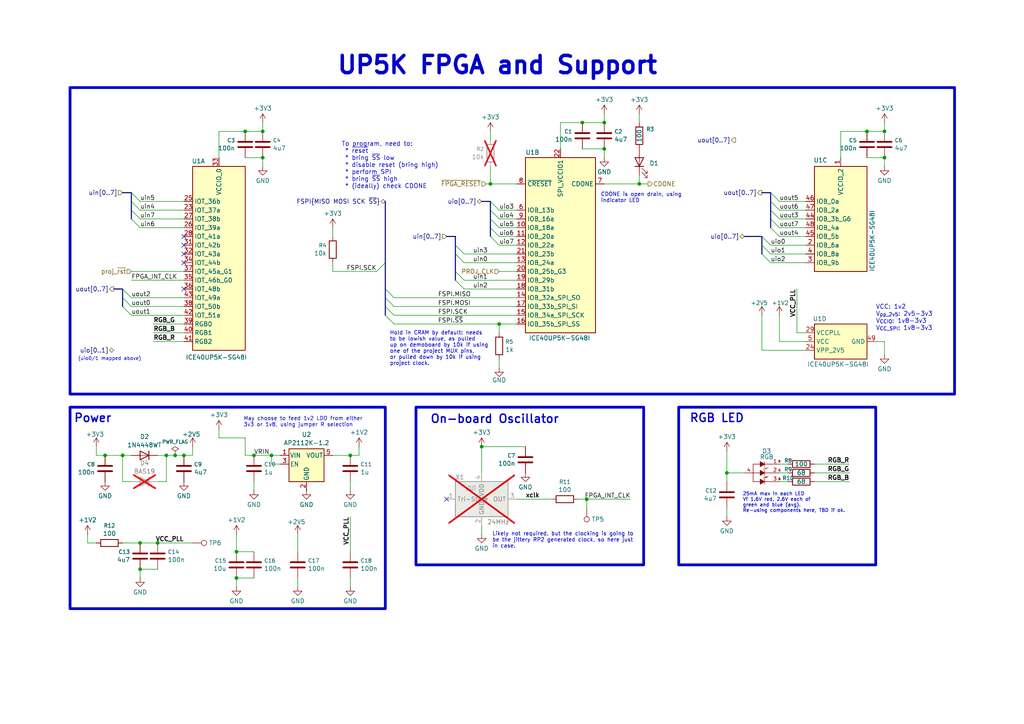
<source format=kicad_sch>
(kicad_sch (version 20250114) (generator "eeschema") (generator_version "9.0")
  (paper "A4")
  (title_block (title "UP5K FPGA and Support") (date "2025-12-01") (rev "1.0") (company "Psychogenic Technologies INC") (comment 1 "(C) 2025 Pat Deegan"))
  (rectangle (start 20.32 118.11) (end 111.76 176.53) (stroke (width 0.8)))
  (rectangle (start 20.32 25.4) (end 276.86 114.3) (stroke (width 0.8)))
  (rectangle (start 196.85 118.11) (end 254 163.83) (stroke (width 0.8)))
  (rectangle (start 120.65 118.11) (end 186.69 163.83) (stroke (width 0.8)))
  (text "RGB LED" (at 199.898 121.412 0) (effects (font (size 2.4 2.4) (thickness 0.4) (bold yes)) (justify left)))
  (text "(uio0/1 mapped above)" (at 22.606 104.14 0) (effects (font (size 1 1) (thickness 0.125)) (justify left)))
  (text "25mA max in each LED\nVf 1.6V red, 2.6V each of \ngreen and blue (avg).\nRe-using components here, TBD if ok." (at 215.392 145.796 0) (effects (font (size 1 1)) (justify left)))
  (text "To program, need to:\n * ~{reset}\n * bring ~{SS} low\n * disable reset (bring high)\n * perform SPI\n * bring ~{SS} high\n * (ideally) check CDONE\n" (at 99.06 48.006 0) (effects (font (size 1.27 1.27)) (justify left)))
  (text "Power" (at 21.336 121.412 0) (effects (font (size 2.4 2.4) (thickness 0.4) (bold yes)) (justify left)))
  (text "UP5K FPGA and Support" (at 144.272 19.05 0) (effects (font (size 5 5) (thickness 1) (bold yes))))
  (text "May choose to feed 1v2 LDO from either \n3v3 or 1v8, using jumper R selection" (at 70.612 122.428 0) (effects (font (size 1.1 1.1) (thickness 0.1375)) (justify left)))
  (text "On-board Oscillator" (at 124.714 121.666 0) (effects (font (size 2.4 2.4) (thickness 0.4) (bold yes)) (justify left)))
  (text "VCC: 1v2\nV_{pp_2v5}: 2v5-3v3\nV_{CCIO}: 1v8-3v3\nV_{CC_SPI}: 1v8-3v3\n" (at 254 92.202 0) (effects (font (size 1.27 1.27)) (justify left)))
  (text "CDONE is open drain, using\nindicator LED" (at 174.244 57.404 0) (effects (font (size 1.1 1.1)) (justify left)))
  (text "Hold in CRAM by default: needs \nto be lowish value, as pulled \nup on demoboard by 10k if using\none of the project MUX pins, \nor pulled down by 10k if using\nproject clock." (at 113.03 101.092 0) (effects (font (size 1.1 1.1)) (justify left)))
  (text "Likely not required, but the clocking is going to \nbe the jittery RP2 generated clock, so here just \nin case." (at 142.748 156.718 0) (effects (font (size 1.1 1.1)) (justify left)))
  (junction (at 175.26 35.56))
  (junction (at 40.64 157.48))
  (junction (at 68.58 167.64))
  (junction (at 168.91 35.56))
  (junction (at 53.34 132.08))
  (junction (at 185.42 53.34))
  (junction (at 251.46 38.1))
  (junction (at 142.24 53.34))
  (junction (at 101.6 132.08))
  (junction (at 210.82 137.16))
  (junction (at 30.48 132.08))
  (junction (at 73.66 132.08))
  (junction (at 256.54 38.1))
  (junction (at 139.7 129.54))
  (junction (at 144.78 93.98))
  (junction (at 170.18 144.78))
  (junction (at 50.8 132.08))
  (junction (at 45.72 157.48))
  (junction (at 68.58 160.02))
  (junction (at 35.56 132.08))
  (junction (at 40.64 165.1))
  (junction (at 71.12 38.1))
  (junction (at 76.2 45.72))
  (junction (at 256.54 45.72))
  (junction (at 78.74 132.08))
  (junction (at 76.2 38.1))
  (junction (at 175.26 43.18))
  (junction (at 48.26 132.08))
  (no_connect (at 53.34 68.58))
  (no_connect (at 129.54 144.78))
  (no_connect (at 53.34 76.2))
  (no_connect (at 53.34 83.82))
  (no_connect (at 53.34 71.12))
  (no_connect (at 53.34 73.66))
  (bus_entry (at 220.98 68.58) (size 2.54 2.54))
  (bus_entry (at 132.08 78.74) (size 2.54 2.54))
  (bus_entry (at 111.76 88.9) (size 2.54 2.54))
  (bus_entry (at 35.56 88.9) (size 2.54 2.54))
  (bus_entry (at 223.52 55.88) (size 2.54 2.54))
  (bus_entry (at 111.76 86.36) (size 2.54 2.54))
  (bus_entry (at 132.08 71.12) (size 2.54 2.54))
  (bus_entry (at 38.1 58.42) (size 2.54 2.54))
  (bus_entry (at 111.76 83.82) (size 2.54 2.54))
  (bus_entry (at 38.1 55.88) (size 2.54 2.54))
  (bus_entry (at 220.98 71.12) (size 2.54 2.54))
  (bus_entry (at 142.24 63.5) (size 2.54 2.54))
  (bus_entry (at 220.98 73.66) (size 2.54 2.54))
  (bus_entry (at 142.24 58.42) (size 2.54 2.54))
  (bus_entry (at 223.52 60.96) (size 2.54 2.54))
  (bus_entry (at 38.1 60.96) (size 2.54 2.54))
  (bus_entry (at 111.76 91.44) (size 2.54 2.54))
  (bus_entry (at 132.08 81.28) (size 2.54 2.54))
  (bus_entry (at 142.24 66.04) (size 2.54 2.54))
  (bus_entry (at 132.08 73.66) (size 2.54 2.54))
  (bus_entry (at 223.52 58.42) (size 2.54 2.54))
  (bus_entry (at 142.24 60.96) (size 2.54 2.54))
  (bus_entry (at 35.56 83.82) (size 2.54 2.54))
  (bus_entry (at 142.24 68.58) (size 2.54 2.54))
  (bus_entry (at 35.56 86.36) (size 2.54 2.54))
  (bus_entry (at 223.52 63.5) (size 2.54 2.54))
  (bus_entry (at 111.76 76.2) (size -2.54 2.54))
  (bus_entry (at 38.1 63.5) (size 2.54 2.54))
  (bus_entry (at 223.52 66.04) (size 2.54 2.54))
  (wire (pts (xy 144.78 68.58) (xy 149.86 68.58)))
  (wire (pts (xy 185.42 53.34) (xy 187.96 53.34)))
  (bus (pts (xy 142.24 58.42) (xy 142.24 60.96)))
  (wire (pts (xy 45.72 139.7) (xy 48.26 139.7)))
  (wire (pts (xy 256.54 99.06) (xy 256.54 102.87)))
  (wire (pts (xy 251.46 38.1) (xy 256.54 38.1)))
  (wire (pts (xy 101.6 132.08) (xy 104.14 132.08)))
  (wire (pts (xy 226.06 137.16) (xy 228.6 137.16)))
  (wire (pts (xy 236.22 139.7) (xy 246.38 139.7)))
  (bus (pts (xy 132.08 78.74) (xy 132.08 81.28)))
  (wire (pts (xy 48.26 139.7) (xy 48.26 132.08)))
  (wire (pts (xy 68.58 154.94) (xy 68.58 160.02)))
  (wire (pts (xy 35.56 157.48) (xy 40.64 157.48)))
  (wire (pts (xy 170.18 144.78) (xy 182.88 144.78)))
  (wire (pts (xy 101.6 167.64) (xy 101.6 170.18)))
  (wire (pts (xy 78.74 132.08) (xy 81.28 132.08)))
  (bus (pts (xy 139.7 58.42) (xy 142.24 58.42)))
  (wire (pts (xy 223.52 71.12) (xy 233.68 71.12)))
  (wire (pts (xy 96.52 66.04) (xy 96.52 68.58)))
  (bus (pts (xy 223.52 58.42) (xy 223.52 60.96)))
  (wire (pts (xy 96.52 78.74) (xy 109.22 78.74)))
  (wire (pts (xy 27.94 132.08) (xy 30.48 132.08)))
  (bus (pts (xy 132.08 68.58) (xy 132.08 71.12)))
  (wire (pts (xy 220.98 101.6) (xy 233.68 101.6)))
  (wire (pts (xy 175.26 43.18) (xy 175.26 45.72)))
  (wire (pts (xy 38.1 78.74) (xy 53.34 78.74)))
  (wire (pts (xy 210.82 147.32) (xy 210.82 149.86)))
  (wire (pts (xy 144.78 66.04) (xy 149.86 66.04)))
  (wire (pts (xy 175.26 53.34) (xy 185.42 53.34)))
  (wire (pts (xy 256.54 45.72) (xy 256.54 48.26)))
  (wire (pts (xy 73.66 132.08) (xy 78.74 132.08)))
  (wire (pts (xy 139.7 129.54) (xy 152.4 129.54)))
  (wire (pts (xy 185.42 33.02) (xy 185.42 35.56)))
  (wire (pts (xy 144.78 104.14) (xy 144.78 106.68)))
  (wire (pts (xy 35.56 132.08) (xy 38.1 132.08)))
  (wire (pts (xy 101.6 139.7) (xy 101.6 142.24)))
  (bus (pts (xy 111.76 83.82) (xy 111.76 86.36)))
  (wire (pts (xy 167.64 144.78) (xy 170.18 144.78)))
  (wire (pts (xy 40.64 165.1) (xy 40.64 167.64)))
  (bus (pts (xy 35.56 55.88) (xy 38.1 55.88)))
  (wire (pts (xy 38.1 91.44) (xy 53.34 91.44)))
  (wire (pts (xy 210.82 130.81) (xy 210.82 137.16)))
  (wire (pts (xy 226.06 58.42) (xy 233.68 58.42)))
  (bus (pts (xy 35.56 83.82) (xy 35.56 86.36)))
  (bus (pts (xy 111.76 58.42) (xy 111.76 76.2)))
  (wire (pts (xy 86.36 167.64) (xy 86.36 170.18)))
  (wire (pts (xy 48.26 132.08) (xy 50.8 132.08)))
  (wire (pts (xy 114.3 91.44) (xy 149.86 91.44)))
  (wire (pts (xy 226.06 139.7) (xy 228.6 139.7)))
  (wire (pts (xy 139.7 152.4) (xy 139.7 154.94)))
  (wire (pts (xy 223.52 73.66) (xy 233.68 73.66)))
  (wire (pts (xy 45.72 132.08) (xy 48.26 132.08)))
  (bus (pts (xy 132.08 73.66) (xy 132.08 78.74)))
  (wire (pts (xy 78.74 134.62) (xy 78.74 132.08)))
  (wire (pts (xy 44.45 93.98) (xy 53.34 93.98)))
  (wire (pts (xy 63.5 38.1) (xy 71.12 38.1)))
  (wire (pts (xy 27.94 129.54) (xy 27.94 132.08)))
  (wire (pts (xy 251.46 45.72) (xy 256.54 45.72)))
  (wire (pts (xy 63.5 127) (xy 71.12 127)))
  (wire (pts (xy 73.66 139.7) (xy 73.66 142.24)))
  (wire (pts (xy 226.06 66.04) (xy 233.68 66.04)))
  (wire (pts (xy 254 99.06) (xy 256.54 99.06)))
  (wire (pts (xy 71.12 132.08) (xy 73.66 132.08)))
  (bus (pts (xy 220.98 68.58) (xy 220.98 71.12)))
  (wire (pts (xy 30.48 132.08) (xy 35.56 132.08)))
  (wire (pts (xy 226.06 99.06) (xy 233.68 99.06)))
  (wire (pts (xy 38.1 81.28) (xy 53.34 81.28)))
  (wire (pts (xy 144.78 71.12) (xy 149.86 71.12)))
  (wire (pts (xy 140.97 53.34) (xy 142.24 53.34)))
  (bus (pts (xy 129.54 68.58) (xy 132.08 68.58)))
  (wire (pts (xy 44.45 96.52) (xy 53.34 96.52)))
  (wire (pts (xy 114.3 86.36) (xy 149.86 86.36)))
  (wire (pts (xy 68.58 160.02) (xy 73.66 160.02)))
  (wire (pts (xy 40.64 66.04) (xy 53.34 66.04)))
  (wire (pts (xy 35.56 132.08) (xy 35.56 139.7)))
  (wire (pts (xy 76.2 45.72) (xy 76.2 48.26)))
  (wire (pts (xy 243.84 45.72) (xy 243.84 38.1)))
  (bus (pts (xy 111.76 86.36) (xy 111.76 88.9)))
  (wire (pts (xy 25.4 157.48) (xy 27.94 157.48)))
  (wire (pts (xy 144.78 63.5) (xy 149.86 63.5)))
  (wire (pts (xy 162.56 35.56) (xy 168.91 35.56)))
  (wire (pts (xy 96.52 76.2) (xy 96.52 78.74)))
  (wire (pts (xy 40.64 157.48) (xy 45.72 157.48)))
  (bus (pts (xy 220.98 55.88) (xy 223.52 55.88)))
  (bus (pts (xy 38.1 55.88) (xy 38.1 58.42)))
  (bus (pts (xy 142.24 60.96) (xy 142.24 63.5)))
  (wire (pts (xy 226.06 68.58) (xy 233.68 68.58)))
  (wire (pts (xy 168.91 43.18) (xy 175.26 43.18)))
  (wire (pts (xy 220.98 101.6) (xy 220.98 91.44)))
  (bus (pts (xy 223.52 55.88) (xy 223.52 58.42)))
  (wire (pts (xy 63.5 45.72) (xy 63.5 38.1)))
  (wire (pts (xy 226.06 60.96) (xy 233.68 60.96)))
  (wire (pts (xy 256.54 35.56) (xy 256.54 38.1)))
  (wire (pts (xy 35.56 139.7) (xy 38.1 139.7)))
  (wire (pts (xy 142.24 53.34) (xy 149.86 53.34)))
  (wire (pts (xy 63.5 124.46) (xy 63.5 127)))
  (wire (pts (xy 144.78 60.96) (xy 149.86 60.96)))
  (wire (pts (xy 71.12 45.72) (xy 76.2 45.72)))
  (bus (pts (xy 223.52 60.96) (xy 223.52 63.5)))
  (wire (pts (xy 68.58 167.64) (xy 68.58 170.18)))
  (wire (pts (xy 55.88 132.08) (xy 53.34 132.08)))
  (wire (pts (xy 55.88 129.54) (xy 55.88 132.08)))
  (bus (pts (xy 142.24 63.5) (xy 142.24 66.04)))
  (wire (pts (xy 101.6 149.86) (xy 101.6 160.02)))
  (wire (pts (xy 134.62 73.66) (xy 149.86 73.66)))
  (wire (pts (xy 134.62 76.2) (xy 149.86 76.2)))
  (wire (pts (xy 170.18 144.78) (xy 170.18 147.32)))
  (wire (pts (xy 144.78 78.74) (xy 149.86 78.74)))
  (wire (pts (xy 38.1 88.9) (xy 53.34 88.9)))
  (wire (pts (xy 149.86 144.78) (xy 160.02 144.78)))
  (wire (pts (xy 134.62 83.82) (xy 149.86 83.82)))
  (wire (pts (xy 226.06 63.5) (xy 233.68 63.5)))
  (wire (pts (xy 104.14 132.08) (xy 104.14 129.54)))
  (wire (pts (xy 68.58 167.64) (xy 73.66 167.64)))
  (bus (pts (xy 38.1 58.42) (xy 38.1 60.96)))
  (wire (pts (xy 210.82 137.16) (xy 210.82 139.7)))
  (wire (pts (xy 81.28 134.62) (xy 78.74 134.62)))
  (bus (pts (xy 132.08 71.12) (xy 132.08 73.66)))
  (wire (pts (xy 71.12 127) (xy 71.12 132.08)))
  (wire (pts (xy 142.24 38.1) (xy 142.24 40.64)))
  (wire (pts (xy 162.56 43.18) (xy 162.56 35.56)))
  (wire (pts (xy 38.1 86.36) (xy 53.34 86.36)))
  (wire (pts (xy 40.64 60.96) (xy 53.34 60.96)))
  (wire (pts (xy 243.84 38.1) (xy 251.46 38.1)))
  (wire (pts (xy 40.64 58.42) (xy 53.34 58.42)))
  (wire (pts (xy 134.62 81.28) (xy 149.86 81.28)))
  (bus (pts (xy 223.52 63.5) (xy 223.52 66.04)))
  (wire (pts (xy 44.45 99.06) (xy 53.34 99.06)))
  (wire (pts (xy 223.52 76.2) (xy 233.68 76.2)))
  (wire (pts (xy 114.3 93.98) (xy 144.78 93.98)))
  (wire (pts (xy 50.8 132.08) (xy 53.34 132.08)))
  (bus (pts (xy 215.9 68.58) (xy 220.98 68.58)))
  (bus (pts (xy 220.98 71.12) (xy 220.98 73.66)))
  (bus (pts (xy 33.02 83.82) (xy 35.56 83.82)))
  (wire (pts (xy 76.2 35.56) (xy 76.2 38.1)))
  (wire (pts (xy 40.64 63.5) (xy 53.34 63.5)))
  (wire (pts (xy 86.36 154.94) (xy 86.36 160.02)))
  (wire (pts (xy 236.22 134.62) (xy 246.38 134.62)))
  (wire (pts (xy 236.22 137.16) (xy 246.38 137.16)))
  (wire (pts (xy 40.64 165.1) (xy 45.72 165.1)))
  (wire (pts (xy 231.14 83.82) (xy 231.14 96.52)))
  (wire (pts (xy 25.4 154.94) (xy 25.4 157.48)))
  (wire (pts (xy 45.72 157.48) (xy 55.88 157.48)))
  (wire (pts (xy 142.24 48.26) (xy 142.24 53.34)))
  (wire (pts (xy 139.7 129.54) (xy 139.7 137.16)))
  (wire (pts (xy 185.42 50.8) (xy 185.42 53.34)))
  (wire (pts (xy 226.06 91.44) (xy 226.06 99.06)))
  (wire (pts (xy 71.12 38.1) (xy 76.2 38.1)))
  (bus (pts (xy 38.1 60.96) (xy 38.1 63.5)))
  (wire (pts (xy 210.82 137.16) (xy 215.9 137.16)))
  (wire (pts (xy 175.26 33.02) (xy 175.26 35.56)))
  (bus (pts (xy 111.76 88.9) (xy 111.76 91.44)))
  (bus (pts (xy 35.56 86.36) (xy 35.56 88.9)))
  (wire (pts (xy 144.78 93.98) (xy 144.78 96.52)))
  (wire (pts (xy 114.3 88.9) (xy 149.86 88.9)))
  (bus (pts (xy 111.76 76.2) (xy 111.76 83.82)))
  (wire (pts (xy 168.91 35.56) (xy 175.26 35.56)))
  (bus (pts (xy 142.24 66.04) (xy 142.24 68.58)))
  (wire (pts (xy 226.06 134.62) (xy 228.6 134.62)))
  (wire (pts (xy 233.68 96.52) (xy 231.14 96.52)))
  (wire (pts (xy 96.52 132.08) (xy 101.6 132.08)))
  (wire (pts (xy 144.78 93.98) (xy 149.86 93.98)))
  (label "VRIN" (at 73.66 132.08 0))
  (label "uin5" (at 40.64 58.42 0))
  (label "RGB_R" (at 44.45 99.06 0) (effects (font (bold yes))))
  (label "uin1" (at 137.16 81.28 0))
  (label "FSPI.SCK" (at 127 91.44 0))
  (label "FPGA_INT_CLK" (at 182.88 144.78 180))
  (label "uio4" (at 144.78 63.5 0))
  (label "uio5" (at 144.78 66.04 0))
  (label "uout7" (at 226.06 66.04 0))
  (label "VCC_PLL" (at 231.14 83.82 270) (effects (font (bold yes))))
  (label "uout2" (at 38.1 86.36 0))
  (label "uout4" (at 226.06 68.58 0))
  (label "uin2" (at 137.16 83.82 0))
  (label "VCC_PLL" (at 53.34 157.48 180) (effects (font (bold yes))))
  (label "FSPI.MISO" (at 127 86.36 0))
  (label "RGB_G" (at 44.45 93.98 0) (effects (font (bold yes))))
  (label "uout6" (at 226.06 60.96 0))
  (label "RGB_B" (at 44.45 96.52 0) (effects (font (bold yes))))
  (label "uin4" (at 40.64 60.96 0))
  (label "uio2" (at 223.52 76.2 0))
  (label "RGB_R" (at 246.38 134.62 180) (effects (font (bold yes))))
  (label "uio0" (at 223.52 71.12 0))
  (label "FSPI.MOSI" (at 127 88.9 0))
  (label "uout5" (at 226.06 58.42 0))
  (label "uio3" (at 144.78 60.96 0))
  (label "uio6" (at 144.78 68.58 0))
  (label "uout0" (at 38.1 88.9 0))
  (label "RGB_G" (at 246.38 137.16 180) (effects (font (bold yes))))
  (label "uio1" (at 223.52 73.66 0))
  (label "uin0" (at 137.16 76.2 0))
  (label "VCC_PLL" (at 101.6 149.86 270) (effects (font (bold yes))))
  (label "RGB_B" (at 246.38 139.7 180) (effects (font (bold yes))))
  (label "uin6" (at 40.64 66.04 0))
  (label "uin3" (at 137.16 73.66 0))
  (label "FPGA_INT_CLK" (at 38.1 81.28 0))
  (label "FSPI.~{SS}" (at 127 93.98 0))
  (label "FSPI.SCK" (at 109.22 78.74 180))
  (label "xclk" (at 152.4 144.78 0) (effects (font (bold yes))))
  (label "uout1" (at 38.1 91.44 0))
  (label "uio7" (at 144.78 71.12 0))
  (label "uout3" (at 226.06 63.5 0))
  (label "uin7" (at 40.64 63.5 0))
  (hierarchical_label "uout[0..7]" (shape output) (at 220.98 55.88 180))
  (hierarchical_label "uin[0..7]" (shape input) (at 35.56 55.88 180))
  (hierarchical_label "uout[0..7]" (shape output) (at 33.02 83.82 180))
  (hierarchical_label "~{FPGA_RESET}" (shape input) (at 140.97 53.34 180))
  (hierarchical_label "uio[0..7]" (shape bidirectional) (at 139.7 58.42 180))
  (hierarchical_label "uin[0..7]" (shape input) (at 129.54 68.58 180))
  (hierarchical_label "FSPI{MISO MOSI SCK ~{SS}}" (shape bidirectional) (at 111.76 58.42 180))
  (hierarchical_label "proj_~{rst}" (shape input) (at 38.1 78.74 180))
  (hierarchical_label "PROJ_CLK" (shape input) (at 144.78 78.74 180))
  (hierarchical_label "CDONE" (shape output) (at 187.96 53.34 0))
  (hierarchical_label "uio[0..1]" (shape bidirectional) (at 33.02 101.6 180))
  (hierarchical_label "uout[0..7]" (shape output) (at 213.36 40.64 180))
  (hierarchical_label "uio[0..7]" (shape bidirectional) (at 215.9 68.58 180))
  (symbol (lib_id "power:GND") (at 88.9 142.24 0) (unit 1)
    (property "Reference" "#PWR072" (effects (hide yes)))
    (property "Value" "GND" (at 88.9 146.3731 0))
    (property "Description" "Power symbol creates a global label with name \"GND\" , ground" (effects (hide yes)))
  )
  (symbol (lib_id "power:GND") (at 210.82 149.86 0) (unit 1)
    (property "Reference" "#PWR074" (effects (hide yes)))
    (property "Value" "GND" (at 210.82 153.9931 0))
    (property "Description" "Power symbol creates a global label with name \"GND\" , ground" (effects (hide yes)))
  )
  (symbol (lib_id "power:GND") (at 175.26 45.72 0) (unit 1)
    (property "Reference" "#PWR053" (effects (hide yes)))
    (property "Value" "GND" (at 175.26 49.8531 0))
    (property "Description" "Power symbol creates a global label with name \"GND\" , ground" (effects (hide yes)))
  )
  (symbol (lib_id "power:GND") (at 101.6 170.18 0) (unit 1)
    (property "Reference" "#PWR082" (effects (hide yes)))
    (property "Value" "GND" (at 101.6 174.3131 0))
    (property "Description" "Power symbol creates a global label with name \"GND\" , ground" (effects (hide yes)))
  )
  (symbol (lib_id "psycomponents:PsyResistors_IEC/R_100_0402_1005-9") (at 228.6 134.62 90) (unit 1)
    (property "Reference" "R8" (at 228.6 133.604 90) (effects (font (size 1.1 1.1))))
    (property "Value" "100" (at 232.41 134.62 90))
    (property "Footprint" "Resistor_SMD:R_0402_1005Metric" (effects (hide yes)))
    (property "Datasheet" "https://www.yageo.com/upload/media/product/products/datasheet/rchip/PYu-RC_Group_51_RoHS_L_12.pdf" (effects (hide yes)))
    (property "Description" "100 Ohms ±1% 0.063W, 1/16W Chip Resistor 0402 (1005 Metric) Moisture Resistant Thick Film" (effects (hide yes)))
    (property "MPN" "RC0402FR-07100RL" (effects (hide yes)))
    (property "Manufacturer" "YAGEO" (effects (hide yes)))
    (property "Package / Case" "0402 (1005 Metric)" (effects (hide yes)))
    (property "Characteristics" "RES 100 OHM 1% 1/16W 0402" (effects (hide yes)))
    (property "DigikeyPN" "311-100LRCT-ND" (effects (hide yes)))
    (property "LCSC" "C106232" (effects (hide yes)))
    (property "JLC" "C25076" (effects (hide yes)))
  )
  (symbol (lib_id "power:GND") (at 139.7 154.94 0) (unit 1)
    (property "Reference" "#PWR078" (effects (hide yes)))
    (property "Value" "GND" (at 139.7 159.0731 0))
    (property "Description" "Power symbol creates a global label with name \"GND\" , ground" (effects (hide yes)))
  )
  (symbol (lib_id "Oscillator:ECS-2520MV-xxx-xx") (at 139.7 144.78 0) (unit 1) (dnp yes)
    (property "Reference" "X1" (at 133.35 138.43 0))
    (property "Value" "24MHz" (at 144.526 151.384 0))
    (property "Footprint" "Oscillator:Oscillator_SMD_ECS_2520MV-xxx-xx-4Pin_2.5x2.0mm" (effects (hide yes)))
    (property "Datasheet" "https://www.ecsxtal.com/store/pdf/ECS-2520MV.pdf" (effects (hide yes)))
    (property "Description" "HCMOS Crystal Clock Oscillator, 2.5x2.0 mm SMD" (effects (hide yes)))
    (property "Characteristics" "XTAL OSC XO 24.0000MHZ CMOS SMD" (effects (hide yes)))
    (property "MPN" "KC2520Z24.0000C1KX00" (effects (hide yes)))
    (property "MPN_ALT" "SIT8008AC-11-XXE-24.000000" (effects (hide yes)))
    (property "DigikeyPN" "478-KC2520Z24.0000C1KX00DKR-ND" (effects (hide yes)))
  )
  (symbol (lib_id "psycomponents:PsyCapacitors/C_100n_0402_1005-1") (at 73.66 160.02 0) (unit 1)
    (property "Reference" "C16" (at 76.581 162.6178 0) (effects (font (size 1.1 1.1)) (justify left)))
    (property "Value" "100n" (at 76.581 164.9053 0) (effects (justify left)))
    (property "Footprint" "Capacitor_SMD:C_0402_1005Metric" (effects (hide yes)))
    (property "Datasheet" "https://search.murata.co.jp/Ceramy/image/img/A01X/G101/ENG/GRM155R71H104KE14-01.pdf" (effects (hide yes)))
    (property "Description" "0.1 µF ±10% 50V Ceramic Capacitor X7R 0402 (1005 Metric)" (effects (hide yes)))
    (property "MPN" "GRM155R71H104KE14J" (effects (hide yes)))
    (property "Manufacturer" "Murata Electronics" (effects (hide yes)))
    (property "Package / Case" "0402 (1005 Metric)" (effects (hide yes)))
    (property "Characteristics" "CAP CER 0.1UF 50V X7R 0402" (effects (hide yes)))
    (property "DigikeyPN" "490-13342-1-ND" (effects (hide yes)))
    (property "LCSC" "C60474" (effects (hide yes)))
    (property "JLC" "C100072" (effects (hide yes)))
  )
  (symbol (lib_id "psycomponents:PsyCapacitors/C_4u7_0603_1608-44") (at 76.2 38.1 0) (unit 1)
    (property "Reference" "C4" (at 79.121 40.6978 0) (effects (font (size 1.1 1.1)) (justify left)))
    (property "Value" "4u7" (at 79.121 42.9853 0) (effects (justify left)))
    (property "Footprint" "Capacitor_SMD:C_0603_1608Metric" (effects (hide yes)))
    (property "Datasheet" "https://search.murata.co.jp/Ceramy/image/img/A01X/G101/ENG/GRM188R61E475KE11-01.pdf" (effects (hide yes)))
    (property "Description" "4.7 µF ±10% 25V Ceramic Capacitor X5R 0603 (1608 Metric)" (effects (hide yes)))
    (property "MPN" "GRM188R61E475KE11D" (effects (hide yes)))
    (property "Manufacturer" "Murata Electronics" (effects (hide yes)))
    (property "Package / Case" "0603 (1608 Metric)" (effects (hide yes)))
    (property "Characteristics" "CAP CER 4.7UF 25V X5R 0603" (effects (hide yes)))
    (property "DigikeyPN" "490-7203-1-ND" (effects (hide yes)))
    (property "LCSC" "C237615" (effects (hide yes)))
    (property "JLC" "C237615" (effects (hide yes)))
  )
  (symbol (lib_id "power:+3V3") (at 76.2 35.56 0) (unit 1)
    (property "Reference" "#PWR050" (effects (hide yes)))
    (property "Value" "+3V3" (at 76.2 31.4269 0))
    (property "Description" "Power symbol creates a global label with name \"+3V3\"" (effects (hide yes)))
  )
  (symbol (lib_id "psycomponents:PsyResistors_IEC/R_68_0402_1005-36") (at 228.6 137.16 90) (unit 1)
    (property "Reference" "R9" (at 228.6 136.144 90) (effects (font (size 1.1 1.1))))
    (property "Value" "68" (at 232.41 137.16 90))
    (property "Footprint" "Resistor_SMD:R_0402_1005Metric" (effects (hide yes)))
    (property "Datasheet" "https://bourns.com/docs/product-datasheets/cr.pdf?sfvrsn=574d41f6_14" (effects (hide yes)))
    (property "Description" "68 Ohms ±1% 0.063W, 1/16W Chip Resistor 0402 (1005 Metric) Thick Film" (effects (hide yes)))
    (property "MPN" "CR0402-FX-68R0GLF" (effects (hide yes)))
    (property "Manufacturer" "Bourns Inc." (effects (hide yes)))
    (property "Package / Case" "0402 (1005 Metric)" (effects (hide yes)))
    (property "Characteristics" "RES SMD 68 OHM 1% 1/16W 0402" (effects (hide yes)))
    (property "DigikeyPN" "CR0402-FX-68R0GLFCT-ND" (effects (hide yes)))
    (property "LCSC" "C163455" (effects (hide yes)))
    (property "JLC" "C163455" (effects (hide yes)))
  )
  (symbol (lib_id "power:GND") (at 101.6 142.24 0) (unit 1)
    (property "Reference" "#PWR073" (effects (hide yes)))
    (property "Value" "GND" (at 101.6 146.3731 0))
    (property "Description" "Power symbol creates a global label with name \"GND\" , ground" (effects (hide yes)))
  )
  (symbol (lib_id "power:GND") (at 256.54 102.87 0) (unit 1)
    (property "Reference" "#PWR059" (effects (hide yes)))
    (property "Value" "GND" (at 256.54 107.0031 0))
    (property "Description" "Power symbol creates a global label with name \"GND\" , ground" (effects (hide yes)))
  )
  (symbol (lib_id "power:GND") (at 256.54 48.26 0) (unit 1)
    (property "Reference" "#PWR055" (effects (hide yes)))
    (property "Value" "GND" (at 256.54 52.3931 0))
    (property "Description" "Power symbol creates a global label with name \"GND\" , ground" (effects (hide yes)))
  )
  (symbol (lib_id "power:+2V5") (at 86.36 154.94 0) (unit 1)
    (property "Reference" "#PWR077" (effects (hide yes)))
    (property "Value" "+2V5" (at 83.312 151.384 0) (effects (justify left)))
    (property "Description" "Power symbol creates a global label with name \"+2V5\"" (effects (hide yes)))
  )
  (symbol (lib_id "FPGA_Lattice:ICE40UP5K-SG48ITR") (at 162.56 71.12 0) (unit 2)
    (property "Reference" "U1" (at 154.432 44.196 0))
    (property "Value" "ICE40UP5K-SG48I" (at 162.306 98.044 0))
    (property "Footprint" "Package_DFN_QFN:QFN-48-1EP_7x7mm_P0.5mm_EP5.6x5.6mm" (effects (hide yes)))
    (property "Datasheet" "http://www.latticesemi.com/Products/FPGAandCPLD/iCE40Ultra" (effects (hide yes)))
    (property "Description" "iCE40 UltraPlus FPGA, 5280 LUTs, 1.2V, 48-pin QFN" (effects (hide yes)))
    (property "MPN" "ICE40UP5K-SG48I" (effects (hide yes)))
    (property "MPN_ALT" "ICE40UP5K-SG48ITR50" (effects (hide yes)))
    (property "DigikeyPN" "220-2212-1-ND" (effects (hide yes)))
    (property "LCSC" "C2678152" (effects (hide yes)))
    (property "JLC" "C2678152" (effects (hide yes)))
  )
  (symbol (lib_id "psycomponents:PsyResistors_IEC/R_1k_0402_1005-18") (at 144.78 96.52 0) (unit 1)
    (property "Reference" "R5" (at 146.558 99.1178 0) (effects (font (size 1.1 1.1)) (justify left)))
    (property "Value" "1k" (at 146.558 101.4053 0) (effects (justify left)))
    (property "Footprint" "Resistor_SMD:R_0402_1005Metric" (effects (hide yes)))
    (property "Datasheet" "https://www.te.com/commerce/DocumentDelivery/DDEController?Action=srchrtrv&DocNm=1773204&DocType=DS&DocLang=English" (effects (hide yes)))
    (property "Description" "1 kOhms ±1% 0.063W, 1/16W Chip Resistor 0402 (1005 Metric) Thick Film" (effects (hide yes)))
    (property "MPN" "CRG0402F1K0" (effects (hide yes)))
    (property "Manufacturer" "TE Connectivity Passive Product" (effects (hide yes)))
    (property "Package / Case" "0402 (1005 Metric)" (effects (hide yes)))
    (property "Characteristics" "RES SMD 1K OHM 1% 1/16W 0402" (effects (hide yes)))
    (property "DigikeyPN" "A121534CT-ND" (effects (hide yes)))
    (property "LCSC" "C106235" (effects (hide yes)))
    (property "JLC" "C11702" (effects (hide yes)))
  )
  (symbol (lib_id "psycomponents:PsyCapacitors/C_100n_0402_1005-1") (at 251.46 38.1 0) (mirror y) (unit 1)
    (property "Reference" "C5" (at 248.539 40.6978 0) (effects (font (size 1.1 1.1)) (justify left)))
    (property "Value" "100n" (at 248.539 42.9853 0) (effects (justify left)))
    (property "Footprint" "Capacitor_SMD:C_0402_1005Metric" (effects (hide yes)))
    (property "Datasheet" "https://search.murata.co.jp/Ceramy/image/img/A01X/G101/ENG/GRM155R71H104KE14-01.pdf" (effects (hide yes)))
    (property "Description" "0.1 µF ±10% 50V Ceramic Capacitor X7R 0402 (1005 Metric)" (effects (hide yes)))
    (property "MPN" "GRM155R71H104KE14J" (effects (hide yes)))
    (property "Manufacturer" "Murata Electronics" (effects (hide yes)))
    (property "Package / Case" "0402 (1005 Metric)" (effects (hide yes)))
    (property "Characteristics" "CAP CER 0.1UF 50V X7R 0402" (effects (hide yes)))
    (property "DigikeyPN" "490-13342-1-ND" (effects (hide yes)))
    (property "LCSC" "C60474" (effects (hide yes)))
    (property "JLC" "C100072" (effects (hide yes)))
  )
  (symbol (lib_id "psycomponents:PsyCapacitors/C_100n_0402_1005-1") (at 45.72 157.48 0) (unit 1)
    (property "Reference" "C14" (at 48.641 160.0778 0) (effects (font (size 1.1 1.1)) (justify left)))
    (property "Value" "100n" (at 48.641 162.3653 0) (effects (justify left)))
    (property "Footprint" "Capacitor_SMD:C_0402_1005Metric" (effects (hide yes)))
    (property "Datasheet" "https://search.murata.co.jp/Ceramy/image/img/A01X/G101/ENG/GRM155R71H104KE14-01.pdf" (effects (hide yes)))
    (property "Description" "0.1 µF ±10% 50V Ceramic Capacitor X7R 0402 (1005 Metric)" (effects (hide yes)))
    (property "MPN" "GRM155R71H104KE14J" (effects (hide yes)))
    (property "Manufacturer" "Murata Electronics" (effects (hide yes)))
    (property "Package / Case" "0402 (1005 Metric)" (effects (hide yes)))
    (property "Characteristics" "CAP CER 0.1UF 50V X7R 0402" (effects (hide yes)))
    (property "DigikeyPN" "490-13342-1-ND" (effects (hide yes)))
    (property "LCSC" "C60474" (effects (hide yes)))
    (property "JLC" "C100072" (effects (hide yes)))
  )
  (symbol (lib_id "psycomponents:PsyCapacitors/C_4u7_0603_1608-44") (at 53.34 132.08 0) (unit 1)
    (property "Reference" "C9" (at 56.261 134.6778 0) (effects (font (size 1.1 1.1)) (justify left)))
    (property "Value" "4u7" (at 56.261 136.9653 0) (effects (justify left)))
    (property "Footprint" "Capacitor_SMD:C_0603_1608Metric" (effects (hide yes)))
    (property "Datasheet" "https://search.murata.co.jp/Ceramy/image/img/A01X/G101/ENG/GRM188R61E475KE11-01.pdf" (effects (hide yes)))
    (property "Description" "4.7 µF ±10% 25V Ceramic Capacitor X5R 0603 (1608 Metric)" (effects (hide yes)))
    (property "MPN" "GRM188R61E475KE11D" (effects (hide yes)))
    (property "Manufacturer" "Murata Electronics" (effects (hide yes)))
    (property "Package / Case" "0603 (1608 Metric)" (effects (hide yes)))
    (property "Characteristics" "CAP CER 4.7UF 25V X5R 0603" (effects (hide yes)))
    (property "DigikeyPN" "490-7203-1-ND" (effects (hide yes)))
    (property "LCSC" "C237615" (effects (hide yes)))
    (property "JLC" "C237615" (effects (hide yes)))
  )
  (symbol (lib_id "psycomponents:PsyCapacitors/C_100n_0402_1005-1") (at 30.48 132.08 0) (mirror y) (unit 1)
    (property "Reference" "C8" (at 27.559 134.6778 0) (effects (font (size 1.1 1.1)) (justify left)))
    (property "Value" "100n" (at 27.559 136.9653 0) (effects (justify left)))
    (property "Footprint" "Capacitor_SMD:C_0402_1005Metric" (effects (hide yes)))
    (property "Datasheet" "https://search.murata.co.jp/Ceramy/image/img/A01X/G101/ENG/GRM155R71H104KE14-01.pdf" (effects (hide yes)))
    (property "Description" "0.1 µF ±10% 50V Ceramic Capacitor X7R 0402 (1005 Metric)" (effects (hide yes)))
    (property "MPN" "GRM155R71H104KE14J" (effects (hide yes)))
    (property "Manufacturer" "Murata Electronics" (effects (hide yes)))
    (property "Package / Case" "0402 (1005 Metric)" (effects (hide yes)))
    (property "Characteristics" "CAP CER 0.1UF 50V X7R 0402" (effects (hide yes)))
    (property "DigikeyPN" "490-13342-1-ND" (effects (hide yes)))
    (property "LCSC" "C60474" (effects (hide yes)))
    (property "JLC" "C100072" (effects (hide yes)))
  )
  (symbol (lib_id "power:+1V2") (at 226.06 91.44 0) (unit 1)
    (property "Reference" "#PWR058" (effects (hide yes)))
    (property "Value" "+1V2" (at 226.314 87.884 0) (effects (font (size 1.2 1.2))))
    (property "Description" "Power symbol creates a global label with name \"+1V2\"" (effects (hide yes)))
  )
  (symbol (lib_id "power:+3V3") (at 96.52 66.04 0) (unit 1)
    (property "Reference" "#PWR056" (effects (hide yes)))
    (property "Value" "+3V3" (at 96.52 61.9069 0))
    (property "Description" "Power symbol creates a global label with name \"+3V3\"" (effects (hide yes)))
  )
  (symbol (lib_id "power:GND") (at 30.48 139.7 0) (unit 1)
    (property "Reference" "#PWR069" (effects (hide yes)))
    (property "Value" "GND" (at 30.48 143.8331 0))
    (property "Description" "Power symbol creates a global label with name \"GND\" , ground" (effects (hide yes)))
  )
  (symbol (lib_id "psycomponents:PsyCapacitors/C_1u_0603_1608-21") (at 73.66 132.08 0) (unit 1)
    (property "Reference" "C10" (at 76.581 134.6778 0) (effects (font (size 1.1 1.1)) (justify left)))
    (property "Value" "1u" (at 76.581 136.9653 0) (effects (justify left)))
    (property "Footprint" "Capacitor_SMD:C_0603_1608Metric" (effects (hide yes)))
    (property "Datasheet" "https://search.murata.co.jp/Ceramy/image/img/A01X/G101/ENG/GRT188R61H105KE13-01.pdf" (effects (hide yes)))
    (property "Description" "1 µF ±10% 50V Ceramic Capacitor X5R 0603 (1608 Metric)" (effects (hide yes)))
    (property "MPN" "GRT188R61H105KE13D" (effects (hide yes)))
    (property "Manufacturer" "Murata Electronics" (effects (hide yes)))
    (property "Package / Case" "0603 (1608 Metric)" (effects (hide yes)))
    (property "Characteristics" "CAP CER 1UF 50V X5R 0603" (effects (hide yes)))
    (property "DigikeyPN" "490-12330-1-ND" (effects (hide yes)))
    (property "LCSC" "C29936" (effects (hide yes)))
    (property "JLC" "C23829972" (effects (hide yes)))
  )
  (symbol (lib_id "psycomponents:PsyResistors_IEC/R_68_0402_1005-36") (at 228.6 139.7 90) (unit 1)
    (property "Reference" "R10" (at 228.6 138.684 90) (effects (font (size 1.1 1.1))))
    (property "Value" "68" (at 232.41 139.7 90))
    (property "Footprint" "Resistor_SMD:R_0402_1005Metric" (effects (hide yes)))
    (property "Datasheet" "https://bourns.com/docs/product-datasheets/cr.pdf?sfvrsn=574d41f6_14" (effects (hide yes)))
    (property "Description" "68 Ohms ±1% 0.063W, 1/16W Chip Resistor 0402 (1005 Metric) Thick Film" (effects (hide yes)))
    (property "MPN" "CR0402-FX-68R0GLF" (effects (hide yes)))
    (property "Manufacturer" "Bourns Inc." (effects (hide yes)))
    (property "Package / Case" "0402 (1005 Metric)" (effects (hide yes)))
    (property "Characteristics" "RES SMD 68 OHM 1% 1/16W 0402" (effects (hide yes)))
    (property "DigikeyPN" "CR0402-FX-68R0GLFCT-ND" (effects (hide yes)))
    (property "LCSC" "C163455" (effects (hide yes)))
    (property "JLC" "C163455" (effects (hide yes)))
  )
  (symbol (lib_id "psysnapeda:EAST1616RGBB4") (at 218.44 137.16 0) (unit 1)
    (property "Reference" "D3" (at 222.3881 130.8439 0))
    (property "Value" "RGB" (at 222.3881 132.5253 0))
    (property "Footprint" "psysnapeda:LED_EAST1616RGBA3" (effects (hide yes)))
    (property "Datasheet" "https://everlightamericas.com/index.php?controller=attachment&id_attachment=2827" (effects (hide yes)))
    (property "Description" "Red, Green, Blue (RGB) LED Indication - Discrete 1.9V Red, 2.9V Green, 2.9V Blue 0404 (1010 Metric)" (effects (hide yes)))
    (property "MPN" "EAST1616RGBB4" (effects (hide yes)))
    (property "DigikeyPN" "1080-1552-1-ND" (effects (hide yes)))
    (property "Characteristics" "RGB LED" (effects (hide yes)))
    (property "MPN_ALT" "EAST1616RGBB2" (effects (hide yes)))
    (property "LCSC" "C5628891 or C6606484" (effects (hide yes)))
    (property "JLC" "C6606484" (effects (hide yes)))
  )
  (symbol (lib_id "power:+3V3") (at 139.7 129.54 0) (unit 1)
    (property "Reference" "#PWR066" (effects (hide yes)))
    (property "Value" "+3V3" (at 139.7 125.4069 0))
    (property "Description" "Power symbol creates a global label with name \"+3V3\"" (effects (hide yes)))
  )
  (symbol (lib_id "power:GND") (at 53.34 139.7 0) (unit 1)
    (property "Reference" "#PWR070" (effects (hide yes)))
    (property "Value" "GND" (at 53.34 143.8331 0))
    (property "Description" "Power symbol creates a global label with name \"GND\" , ground" (effects (hide yes)))
  )
  (symbol (lib_id "FPGA_Lattice:ICE40UP5K-SG48ITR") (at 243.84 63.5 0) (unit 3)
    (property "Reference" "U1" (at 235.966 46.482 0) (effects (justify left)))
    (property "Value" "ICE40UP5K-SG48I" (at 252.984 78.74 90) (effects (justify left)))
    (property "Footprint" "Package_DFN_QFN:QFN-48-1EP_7x7mm_P0.5mm_EP5.6x5.6mm" (effects (hide yes)))
    (property "Datasheet" "http://www.latticesemi.com/Products/FPGAandCPLD/iCE40Ultra" (effects (hide yes)))
    (property "Description" "iCE40 UltraPlus FPGA, 5280 LUTs, 1.2V, 48-pin QFN" (effects (hide yes)))
    (property "MPN" "ICE40UP5K-SG48I" (effects (hide yes)))
    (property "MPN_ALT" "ICE40UP5K-SG48ITR50" (effects (hide yes)))
    (property "DigikeyPN" "220-2212-1-ND" (effects (hide yes)))
    (property "LCSC" "C2678152" (effects (hide yes)))
    (property "JLC" "C2678152" (effects (hide yes)))
  )
  (symbol (lib_id "psycomponents:PsyCapacitors/C_4u7_0603_1608-44") (at 210.82 139.7 0) (mirror y) (unit 1)
    (property "Reference" "C12" (at 207.899 142.2978 0) (effects (font (size 1.1 1.1)) (justify left)))
    (property "Value" "4u7" (at 207.899 144.5853 0) (effects (justify left)))
    (property "Footprint" "Capacitor_SMD:C_0603_1608Metric" (effects (hide yes)))
    (property "Datasheet" "https://search.murata.co.jp/Ceramy/image/img/A01X/G101/ENG/GRM188R61E475KE11-01.pdf" (effects (hide yes)))
    (property "Description" "4.7 µF ±10% 25V Ceramic Capacitor X5R 0603 (1608 Metric)" (effects (hide yes)))
    (property "MPN" "GRM188R61E475KE11D" (effects (hide yes)))
    (property "Manufacturer" "Murata Electronics" (effects (hide yes)))
    (property "Package / Case" "0603 (1608 Metric)" (effects (hide yes)))
    (property "Characteristics" "CAP CER 4.7UF 25V X5R 0603" (effects (hide yes)))
    (property "DigikeyPN" "490-7203-1-ND" (effects (hide yes)))
    (property "LCSC" "C237615" (effects (hide yes)))
    (property "JLC" "C237615" (effects (hide yes)))
  )
  (symbol (lib_id "psycomponents:PsyCapacitors/C_1u_0603_1608-21") (at 101.6 132.08 0) (unit 1)
    (property "Reference" "C11" (at 104.521 134.6778 0) (effects (font (size 1.1 1.1)) (justify left)))
    (property "Value" "1u" (at 104.521 136.9653 0) (effects (justify left)))
    (property "Footprint" "Capacitor_SMD:C_0603_1608Metric" (effects (hide yes)))
    (property "Datasheet" "https://search.murata.co.jp/Ceramy/image/img/A01X/G101/ENG/GRT188R61H105KE13-01.pdf" (effects (hide yes)))
    (property "Description" "1 µF ±10% 50V Ceramic Capacitor X5R 0603 (1608 Metric)" (effects (hide yes)))
    (property "MPN" "GRT188R61H105KE13D" (effects (hide yes)))
    (property "Manufacturer" "Murata Electronics" (effects (hide yes)))
    (property "Package / Case" "0603 (1608 Metric)" (effects (hide yes)))
    (property "Characteristics" "CAP CER 1UF 50V X5R 0603" (effects (hide yes)))
    (property "DigikeyPN" "490-12330-1-ND" (effects (hide yes)))
    (property "LCSC" "C29936" (effects (hide yes)))
    (property "JLC" "C23829972" (effects (hide yes)))
  )
  (symbol (lib_id "power:+2V5") (at 220.98 91.44 0) (unit 1)
    (property "Reference" "#PWR057" (effects (hide yes)))
    (property "Value" "+2V5" (at 220.218 87.884 0) (effects (font (size 1.2 1.2))))
    (property "Description" "Power symbol creates a global label with name \"+2V5\"" (effects (hide yes)))
  )
  (symbol (lib_id "psycomponents:PsyResistors_IEC/R_100_0402_1005-9") (at 160.02 144.78 90) (unit 1)
    (property "Reference" "R11" (at 163.83 139.7563 90) (effects (font (size 1.1 1.1))))
    (property "Value" "100" (at 163.83 142.0438 90))
    (property "Footprint" "Resistor_SMD:R_0402_1005Metric" (effects (hide yes)))
    (property "Datasheet" "https://www.yageo.com/upload/media/product/products/datasheet/rchip/PYu-RC_Group_51_RoHS_L_12.pdf" (effects (hide yes)))
    (property "Description" "100 Ohms ±1% 0.063W, 1/16W Chip Resistor 0402 (1005 Metric) Moisture Resistant Thick Film" (effects (hide yes)))
    (property "MPN" "RC0402FR-07100RL" (effects (hide yes)))
    (property "Manufacturer" "YAGEO" (effects (hide yes)))
    (property "Package / Case" "0402 (1005 Metric)" (effects (hide yes)))
    (property "Characteristics" "RES 100 OHM 1% 1/16W 0402" (effects (hide yes)))
    (property "DigikeyPN" "311-100LRCT-ND" (effects (hide yes)))
    (property "LCSC" "C106232" (effects (hide yes)))
    (property "JLC" "C25076" (effects (hide yes)))
  )
  (symbol (lib_id "psycomponents:PsyResistors_IEC/R_10k_0402_1005-12") (at 96.52 68.58 0) (mirror y) (unit 1)
    (property "Reference" "R4" (at 94.742 71.1778 0) (effects (font (size 1.1 1.1)) (justify left)))
    (property "Value" "10k" (at 94.742 73.4653 0) (effects (justify left)))
    (property "Footprint" "Resistor_SMD:R_0402_1005Metric" (effects (hide yes)))
    (property "Datasheet" "https://industrial.panasonic.com/cdbs/www-data/pdf/RDP0000/AOA0000C334.pdf" (effects (hide yes)))
    (property "Description" "10 kOhms ±1% 0.1W, 1/10W Chip Resistor 0402 (1005 Metric) Anti-Sulfur, Automotive AEC-Q200 Thick Film" (effects (hide yes)))
    (property "MPN" "ERJ-U02F1002X" (effects (hide yes)))
    (property "Manufacturer" "Panasonic Electronic Components" (effects (hide yes)))
    (property "Package / Case" "0402 (1005 Metric)" (effects (hide yes)))
    (property "Characteristics" "RES 10K OHM 1% 1/10W 0402" (effects (hide yes)))
    (property "DigikeyPN" "10-ERJ-U02F1002XCT-ND" (effects (hide yes)))
    (property "LCSC" "C60490" (effects (hide yes)))
    (property "JLC" "C25744" (effects (hide yes)))
  )
  (symbol (lib_id "power:GND") (at 40.64 167.64 0) (unit 1)
    (property "Reference" "#PWR079" (effects (hide yes)))
    (property "Value" "GND" (at 40.64 171.7731 0))
    (property "Description" "Power symbol creates a global label with name \"GND\" , ground" (effects (hide yes)))
  )
  (symbol (lib_id "power:+3V3") (at 256.54 35.56 0) (unit 1)
    (property "Reference" "#PWR051" (effects (hide yes)))
    (property "Value" "+3V3" (at 256.54 31.4269 0))
    (property "Description" "Power symbol creates a global label with name \"+3V3\"" (effects (hide yes)))
  )
  (symbol (lib_id "Connector:TestPoint") (at 55.88 157.48 270) (unit 1) (in_bom no)
    (property "Reference" "TP6" (at 60.579 157.48 90) (effects (justify left)))
    (property "Value" "TestPoint" (effects (hide yes)))
    (property "Footprint" "TestPoint:TestPoint_Pad_D1.5mm" (effects (hide yes)))
    (property "Description" "test point" (effects (hide yes)))
  )
  (symbol (lib_id "Regulator_Linear:AP2112K-1.2") (at 88.9 134.62 0) (unit 1)
    (property "Reference" "U2" (at 88.9 126.0305 0))
    (property "Value" "AP2112K-1.2" (at 88.9 128.4548 0))
    (property "Footprint" "Package_TO_SOT_SMD:SOT-23-5" (effects (hide yes)))
    (property "Datasheet" "https://www.diodes.com/assets/Datasheets/AP2112.pdf" (effects (hide yes)))
    (property "Description" "600mA low dropout linear regulator, with enable pin, 2.5V-6V input voltage range, 1.2V fixed positive output, SOT-23-5" (effects (hide yes)))
    (property "Characteristics" "IC REG LINEAR 1.2V 600MA SOT25" (effects (hide yes)))
    (property "MPN" "AP2112K-1.2TRG1" (effects (hide yes)))
    (property "DigikeyPN" "31-AP2112K-1.2TRG1CT-ND" (effects (hide yes)))
    (property "LCSC" "C460310" (effects (hide yes)))
    (property "JLC" "C460310" (effects (hide yes)))
  )
  (symbol (lib_id "power:+1V2") (at 104.14 129.54 0) (unit 1)
    (property "Reference" "#PWR065" (effects (hide yes)))
    (property "Value" "+1V2" (at 104.14 125.4069 0))
    (property "Description" "Power symbol creates a global label with name \"+1V2\"" (effects (hide yes)))
  )
  (symbol (lib_id "power:+3V3") (at 142.24 38.1 0) (unit 1)
    (property "Reference" "#PWR052" (effects (hide yes)))
    (property "Value" "+3V3" (at 142.24 33.9669 0))
    (property "Description" "Power symbol creates a global label with name \"+3V3\"" (effects (hide yes)))
  )
  (symbol (lib_id "Connector:TestPoint") (at 170.18 147.32 180) (unit 1) (in_bom no)
    (property "Reference" "TP5" (at 171.577 150.622 0) (effects (justify right)))
    (property "Value" "TestPoint" (effects (hide yes)))
    (property "Footprint" "TestPoint:TestPoint_Pad_D1.5mm" (effects (hide yes)))
    (property "Description" "test point" (effects (hide yes)))
  )
  (symbol (lib_id "Diode:1N4448WT") (at 41.91 132.08 180) (unit 1)
    (property "Reference" "D2" (at 41.91 126.6655 0))
    (property "Value" "1N4448WT" (at 41.91 129.0898 0))
    (property "Footprint" "Diode_SMD:D_SOD-523" (effects (hide yes)))
    (property "Datasheet" "http://www.mouser.com/ds/2/149/1N4148WT-461550.pdf" (effects (hide yes)))
    (property "Description" "75V 0.15A Fast switching Diode, SOD-523" (effects (hide yes)))
    (property "Sim.Device" "D" (effects (hide yes)))
    (property "Sim.Pins" "1=K 2=A" (effects (hide yes)))
    (property "DigikeyPN" "1N4448WTCT-ND" (effects (hide yes)))
    (property "Characteristics" "DIODE GEN PURP 75V 200MA SOD523F" (effects (hide yes)))
    (property "LCSC" "C967981 or C5277952" (effects (hide yes)))
    (property "MPN" "1N4448WT" (effects (hide yes)))
    (property "JLC" "C896166" (effects (hide yes)))
  )
  (symbol (lib_id "power:GND") (at 68.58 170.18 0) (unit 1)
    (property "Reference" "#PWR080" (effects (hide yes)))
    (property "Value" "GND" (at 68.58 174.3131 0))
    (property "Description" "Power symbol creates a global label with name \"GND\" , ground" (effects (hide yes)))
  )
  (symbol (lib_id "Diode:BAS19") (at 41.91 139.7 180) (unit 1) (dnp yes)
    (property "Reference" "D4" (at 41.91 134.2855 0))
    (property "Value" "BAS19" (at 41.91 136.7098 0))
    (property "Footprint" "Package_TO_SOT_SMD:SOT-23" (effects (hide yes)))
    (property "Datasheet" "https://www.diodes.com/assets/Datasheets/Ds12004.pdf" (effects (hide yes)))
    (property "Description" "120V, 0.4A, High-speed Switching Diode, SOT-23" (effects (hide yes)))
    (property "Characteristics" "DIODE GP 120V 200MA SOT23-3 Vf 1.2V" (effects (hide yes)))
    (property "MPN" "BAS19LT1G" (effects (hide yes)))
    (property "MPN_ALT" "MMBD4148 / C513459" (effects (hide yes)))
    (property "DigikeyPN" "BAS19LT1GOSCT-ND" (effects (hide yes)))
    (property "LCSC" "C232582" (effects (hide yes)))
  )
  (symbol (lib_id "power:PWR_FLAG") (at 50.8 132.08 0) (unit 1)
    (property "Reference" "#FLG01" (effects (hide yes)))
    (property "Value" "PWR_FLAG" (at 50.8 128.1641 0) (effects (font (size 1 1))))
    (property "Description" "Special symbol for telling ERC where power comes from" (effects (hide yes)))
  )
  (symbol (lib_id "psycomponents:PsyResistors_IEC/R_10k_0402_1005-12") (at 142.24 40.64 0) (mirror y) (unit 1) (dnp yes)
    (property "Reference" "R2" (at 140.462 43.2378 0) (effects (font (size 1.1 1.1)) (justify left)))
    (property "Value" "10k" (at 140.462 45.5253 0) (effects (justify left)))
    (property "Footprint" "Resistor_SMD:R_0402_1005Metric" (effects (hide yes)))
    (property "Datasheet" "https://industrial.panasonic.com/cdbs/www-data/pdf/RDP0000/AOA0000C334.pdf" (effects (hide yes)))
    (property "Description" "10 kOhms ±1% 0.1W, 1/10W Chip Resistor 0402 (1005 Metric) Anti-Sulfur, Automotive AEC-Q200 Thick Film" (effects (hide yes)))
    (property "MPN" "ERJ-U02F1002X" (effects (hide yes)))
    (property "Manufacturer" "Panasonic Electronic Components" (effects (hide yes)))
    (property "Package / Case" "0402 (1005 Metric)" (effects (hide yes)))
    (property "Characteristics" "RES 10K OHM 1% 1/10W 0402" (effects (hide yes)))
    (property "DigikeyPN" "10-ERJ-U02F1002XCT-ND" (effects (hide yes)))
  )
  (symbol (lib_id "psycomponents:PsyResistors_IEC/R_100_0402_1005-9") (at 27.94 157.48 90) (unit 1)
    (property "Reference" "R12" (at 31.75 152.4563 90) (effects (font (size 1.1 1.1))))
    (property "Value" "100" (at 31.75 154.7438 90))
    (property "Footprint" "Resistor_SMD:R_0402_1005Metric" (effects (hide yes)))
    (property "Datasheet" "https://www.yageo.com/upload/media/product/products/datasheet/rchip/PYu-RC_Group_51_RoHS_L_12.pdf" (effects (hide yes)))
    (property "Description" "100 Ohms ±1% 0.063W, 1/16W Chip Resistor 0402 (1005 Metric) Moisture Resistant Thick Film" (effects (hide yes)))
    (property "MPN" "RC0402FR-07100RL" (effects (hide yes)))
    (property "Manufacturer" "YAGEO" (effects (hide yes)))
    (property "Package / Case" "0402 (1005 Metric)" (effects (hide yes)))
    (property "Characteristics" "RES 100 OHM 1% 1/16W 0402" (effects (hide yes)))
    (property "DigikeyPN" "311-100LRCT-ND" (effects (hide yes)))
    (property "LCSC" "C106232" (effects (hide yes)))
    (property "JLC" "C25076" (effects (hide yes)))
  )
  (symbol (lib_id "power:+3V3") (at 27.94 129.54 0) (unit 1)
    (property "Reference" "#PWR063" (effects (hide yes)))
    (property "Value" "+3V3" (at 24.892 125.984 0) (effects (justify left)))
    (property "Description" "Power symbol creates a global label with name \"+3V3\"" (effects (hide yes)))
  )
  (symbol (lib_id "power:+2V5") (at 55.88 129.54 0) (unit 1)
    (property "Reference" "#PWR064" (effects (hide yes)))
    (property "Value" "+2V5" (at 52.832 125.984 0) (effects (justify left)))
    (property "Description" "Power symbol creates a global label with name \"+2V5\"" (effects (hide yes)))
  )
  (symbol (lib_id "power:GND") (at 152.4 137.16 0) (unit 1)
    (property "Reference" "#PWR068" (effects (hide yes)))
    (property "Value" "GND" (at 152.4 141.2931 0))
    (property "Description" "Power symbol creates a global label with name \"GND\" , ground" (effects (hide yes)))
  )
  (symbol (lib_id "psycomponents:PsyCapacitors/C_4u7_0603_1608-44") (at 175.26 35.56 0) (unit 1)
    (property "Reference" "C2" (at 178.181 38.1578 0) (effects (font (size 1.1 1.1)) (justify left)))
    (property "Value" "4u7" (at 178.181 40.4453 0) (effects (justify left)))
    (property "Footprint" "Capacitor_SMD:C_0603_1608Metric" (effects (hide yes)))
    (property "Datasheet" "https://search.murata.co.jp/Ceramy/image/img/A01X/G101/ENG/GRM188R61E475KE11-01.pdf" (effects (hide yes)))
    (property "Description" "4.7 µF ±10% 25V Ceramic Capacitor X5R 0603 (1608 Metric)" (effects (hide yes)))
    (property "MPN" "GRM188R61E475KE11D" (effects (hide yes)))
    (property "Manufacturer" "Murata Electronics" (effects (hide yes)))
    (property "Package / Case" "0603 (1608 Metric)" (effects (hide yes)))
    (property "Characteristics" "CAP CER 4.7UF 25V X5R 0603" (effects (hide yes)))
    (property "DigikeyPN" "490-7203-1-ND" (effects (hide yes)))
    (property "LCSC" "C237615" (effects (hide yes)))
    (property "JLC" "C237615" (effects (hide yes)))
  )
  (symbol (lib_id "FPGA_Lattice:ICE40UP5K-SG48ITR") (at 63.5 73.66 0) (unit 1)
    (property "Reference" "U1" (at 55.626 46.736 0) (effects (justify left)))
    (property "Value" "ICE40UP5K-SG48I" (at 53.848 103.632 0) (effects (justify left)))
    (property "Footprint" "Package_DFN_QFN:QFN-48-1EP_7x7mm_P0.5mm_EP5.6x5.6mm" (effects (hide yes)))
    (property "Datasheet" "http://www.latticesemi.com/Products/FPGAandCPLD/iCE40Ultra" (effects (hide yes)))
    (property "Description" "iCE40 UltraPlus FPGA, 5280 LUTs, 1.2V, 48-pin QFN" (effects (hide yes)))
    (property "MPN" "ICE40UP5K-SG48I" (effects (hide yes)))
    (property "MPN_ALT" "ICE40UP5K-SG48ITR50" (effects (hide yes)))
    (property "DigikeyPN" "220-2212-1-ND" (effects (hide yes)))
    (property "LCSC" "C2678152" (effects (hide yes)))
    (property "JLC" "C2678152" (effects (hide yes)))
  )
  (symbol (lib_id "Device:LED") (at 185.42 46.99 90) (unit 1)
    (property "Reference" "D1" (at 188.341 47.3653 90) (effects (justify right)))
    (property "Value" "LED" (effects (hide yes)))
    (property "Footprint" "LED_SMD:LED_0603_1608Metric" (effects (hide yes)))
    (property "Description" "Light emitting diode" (effects (hide yes)))
    (property "Sim.Pins" "1=K 2=A" (effects (hide yes)))
    (property "Characteristics" "0603 LED Orange" (effects (hide yes)))
    (property "MPN" "LTST-C191KFKT" (effects (hide yes)))
    (property "DigikeyPN" "160-1445-1-ND" (effects (hide yes)))
    (property "LCSC" "C160478" (effects (hide yes)))
    (property "JLC" "C6784997" (effects (hide yes)))
  )
  (symbol (lib_id "power:+1V2") (at 25.4 154.94 0) (unit 1)
    (property "Reference" "#PWR075" (effects (hide yes)))
    (property "Value" "+1V2" (at 25.4 150.8069 0))
    (property "Description" "Power symbol creates a global label with name \"+1V2\"" (effects (hide yes)))
  )
  (symbol (lib_id "psycomponents:PsyCapacitors/C_100n_0402_1005-1") (at 168.91 35.56 0) (mirror y) (unit 1)
    (property "Reference" "C1" (at 165.989 38.1578 0) (effects (font (size 1.1 1.1)) (justify left)))
    (property "Value" "100n" (at 165.989 40.4453 0) (effects (justify left)))
    (property "Footprint" "Capacitor_SMD:C_0402_1005Metric" (effects (hide yes)))
    (property "Datasheet" "https://search.murata.co.jp/Ceramy/image/img/A01X/G101/ENG/GRM155R71H104KE14-01.pdf" (effects (hide yes)))
    (property "Description" "0.1 µF ±10% 50V Ceramic Capacitor X7R 0402 (1005 Metric)" (effects (hide yes)))
    (property "MPN" "GRM155R71H104KE14J" (effects (hide yes)))
    (property "Manufacturer" "Murata Electronics" (effects (hide yes)))
    (property "Package / Case" "0402 (1005 Metric)" (effects (hide yes)))
    (property "Characteristics" "CAP CER 0.1UF 50V X7R 0402" (effects (hide yes)))
    (property "DigikeyPN" "490-13342-1-ND" (effects (hide yes)))
    (property "LCSC" "C60474" (effects (hide yes)))
    (property "JLC" "C100072" (effects (hide yes)))
  )
  (symbol (lib_id "power:GND") (at 86.36 170.18 0) (unit 1)
    (property "Reference" "#PWR081" (effects (hide yes)))
    (property "Value" "GND" (at 86.36 174.3131 0))
    (property "Description" "Power symbol creates a global label with name \"GND\" , ground" (effects (hide yes)))
  )
  (symbol (lib_id "power:GND") (at 73.66 142.24 0) (unit 1)
    (property "Reference" "#PWR071" (effects (hide yes)))
    (property "Value" "GND" (at 73.66 146.3731 0))
    (property "Description" "Power symbol creates a global label with name \"GND\" , ground" (effects (hide yes)))
  )
  (symbol (lib_id "psycomponents:PsyResistors_IEC/R_100_0402_1005-9") (at 185.42 43.18 180) (unit 1)
    (property "Reference" "R3" (at 188.595 37.465 0) (effects (font (size 1.1 1.1))))
    (property "Value" "100" (at 185.42 39.37 90))
    (property "Footprint" "Resistor_SMD:R_0402_1005Metric" (effects (hide yes)))
    (property "Datasheet" "https://www.yageo.com/upload/media/product/products/datasheet/rchip/PYu-RC_Group_51_RoHS_L_12.pdf" (effects (hide yes)))
    (property "Description" "100 Ohms ±1% 0.063W, 1/16W Chip Resistor 0402 (1005 Metric) Moisture Resistant Thick Film" (effects (hide yes)))
    (property "MPN" "RC0402FR-07100RL" (effects (hide yes)))
    (property "Manufacturer" "YAGEO" (effects (hide yes)))
    (property "Package / Case" "0402 (1005 Metric)" (effects (hide yes)))
    (property "Characteristics" "RES 100 OHM 1% 1/16W 0402" (effects (hide yes)))
    (property "DigikeyPN" "311-100LRCT-ND" (effects (hide yes)))
    (property "LCSC" "C106232" (effects (hide yes)))
    (property "JLC" "C25076" (effects (hide yes)))
  )
  (symbol (lib_id "power:+3V3") (at 63.5 124.46 0) (unit 1)
    (property "Reference" "#PWR061" (effects (hide yes)))
    (property "Value" "+3V3" (at 63.5 120.3269 0))
    (property "Description" "Power symbol creates a global label with name \"+3V3\"" (effects (hide yes)))
  )
  (symbol (lib_id "power:GND") (at 144.78 106.68 0) (unit 1)
    (property "Reference" "#PWR060" (effects (hide yes)))
    (property "Value" "GND" (at 144.78 110.236 0))
    (property "Description" "Power symbol creates a global label with name \"GND\" , ground" (effects (hide yes)))
  )
  (symbol (lib_id "power:+1V2") (at 68.58 154.94 0) (unit 1)
    (property "Reference" "#PWR076" (effects (hide yes)))
    (property "Value" "+1V2" (at 68.58 150.8069 0))
    (property "Description" "Power symbol creates a global label with name \"+1V2\"" (effects (hide yes)))
  )
  (symbol (lib_id "psycomponents:PsyCapacitors/C_4u7_0603_1608-44") (at 40.64 157.48 0) (mirror y) (unit 1)
    (property "Reference" "C13" (at 37.719 160.0778 0) (effects (font (size 1.1 1.1)) (justify left)))
    (property "Value" "4u7" (at 37.719 162.3653 0) (effects (justify left)))
    (property "Footprint" "Capacitor_SMD:C_0603_1608Metric" (effects (hide yes)))
    (property "Datasheet" "https://search.murata.co.jp/Ceramy/image/img/A01X/G101/ENG/GRM188R61E475KE11-01.pdf" (effects (hide yes)))
    (property "Description" "4.7 µF ±10% 25V Ceramic Capacitor X5R 0603 (1608 Metric)" (effects (hide yes)))
    (property "MPN" "GRM188R61E475KE11D" (effects (hide yes)))
    (property "Manufacturer" "Murata Electronics" (effects (hide yes)))
    (property "Package / Case" "0603 (1608 Metric)" (effects (hide yes)))
    (property "Characteristics" "CAP CER 4.7UF 25V X5R 0603" (effects (hide yes)))
    (property "DigikeyPN" "490-7203-1-ND" (effects (hide yes)))
    (property "LCSC" "C237615" (effects (hide yes)))
    (property "JLC" "C237615" (effects (hide yes)))
  )
  (symbol (lib_id "psycomponents:PsyCapacitors/C_4u7_0603_1608-44") (at 256.54 38.1 0) (unit 1)
    (property "Reference" "C6" (at 259.461 40.6978 0) (effects (font (size 1.1 1.1)) (justify left)))
    (property "Value" "4u7" (at 259.461 42.9853 0) (effects (justify left)))
    (property "Footprint" "Capacitor_SMD:C_0603_1608Metric" (effects (hide yes)))
    (property "Datasheet" "https://search.murata.co.jp/Ceramy/image/img/A01X/G101/ENG/GRM188R61E475KE11-01.pdf" (effects (hide yes)))
    (property "Description" "4.7 µF ±10% 25V Ceramic Capacitor X5R 0603 (1608 Metric)" (effects (hide yes)))
    (property "MPN" "GRM188R61E475KE11D" (effects (hide yes)))
    (property "Manufacturer" "Murata Electronics" (effects (hide yes)))
    (property "Package / Case" "0603 (1608 Metric)" (effects (hide yes)))
    (property "Characteristics" "CAP CER 4.7UF 25V X5R 0603" (effects (hide yes)))
    (property "DigikeyPN" "490-7203-1-ND" (effects (hide yes)))
    (property "LCSC" "C237615" (effects (hide yes)))
    (property "JLC" "C237615" (effects (hide yes)))
  )
  (symbol (lib_id "power:+3V3") (at 210.82 130.81 0) (unit 1)
    (property "Reference" "#PWR067" (effects (hide yes)))
    (property "Value" "+3V3" (at 210.82 126.6769 0))
    (property "Description" "Power symbol creates a global label with name \"+3V3\"" (effects (hide yes)))
  )
  (symbol (lib_id "psycomponents:PsyCapacitors/C_100n_0402_1005-1") (at 152.4 129.54 0) (mirror y) (unit 1)
    (property "Reference" "C7" (at 149.479 132.1378 0) (effects (font (size 1.1 1.1)) (justify left)))
    (property "Value" "100n" (at 149.479 134.4253 0) (effects (justify left)))
    (property "Footprint" "Capacitor_SMD:C_0402_1005Metric" (effects (hide yes)))
    (property "Datasheet" "https://search.murata.co.jp/Ceramy/image/img/A01X/G101/ENG/GRM155R71H104KE14-01.pdf" (effects (hide yes)))
    (property "Description" "0.1 µF ±10% 50V Ceramic Capacitor X7R 0402 (1005 Metric)" (effects (hide yes)))
    (property "MPN" "GRM155R71H104KE14J" (effects (hide yes)))
    (property "Manufacturer" "Murata Electronics" (effects (hide yes)))
    (property "Package / Case" "0402 (1005 Metric)" (effects (hide yes)))
    (property "Characteristics" "CAP CER 0.1UF 50V X7R 0402" (effects (hide yes)))
    (property "DigikeyPN" "490-13342-1-ND" (effects (hide yes)))
    (property "LCSC" "C60474" (effects (hide yes)))
    (property "JLC" "C100072" (effects (hide yes)))
  )
  (symbol (lib_id "power:+3V3") (at 175.26 33.02 0) (unit 1)
    (property "Reference" "#PWR048" (effects (hide yes)))
    (property "Value" "+3V3" (at 175.26 28.8869 0))
    (property "Description" "Power symbol creates a global label with name \"+3V3\"" (effects (hide yes)))
  )
  (symbol (lib_id "FPGA_Lattice:ICE40UP5K-SG48ITR") (at 243.84 99.06 90) (unit 4)
    (property "Reference" "U1" (at 237.744 92.456 90))
    (property "Value" "ICE40UP5K-SG48I" (at 243.078 105.664 90))
    (property "Footprint" "Package_DFN_QFN:QFN-48-1EP_7x7mm_P0.5mm_EP5.6x5.6mm" (effects (hide yes)))
    (property "Datasheet" "http://www.latticesemi.com/Products/FPGAandCPLD/iCE40Ultra" (effects (hide yes)))
    (property "Description" "iCE40 UltraPlus FPGA, 5280 LUTs, 1.2V, 48-pin QFN" (effects (hide yes)))
    (property "MPN" "ICE40UP5K-SG48I" (effects (hide yes)))
    (property "MPN_ALT" "ICE40UP5K-SG48ITR50" (effects (hide yes)))
    (property "DigikeyPN" "220-2212-1-ND" (effects (hide yes)))
    (property "LCSC" "C2678152" (effects (hide yes)))
    (property "JLC" "C2678152" (effects (hide yes)))
  )
  (symbol (lib_id "psycomponents:PsyCapacitors/C_100n_0402_1005-1") (at 101.6 160.02 0) (unit 1)
    (property "Reference" "C18" (at 104.521 162.6178 0) (effects (font (size 1.1 1.1)) (justify left)))
    (property "Value" "100n" (at 104.521 164.9053 0) (effects (justify left)))
    (property "Footprint" "Capacitor_SMD:C_0402_1005Metric" (effects (hide yes)))
    (property "Datasheet" "https://search.murata.co.jp/Ceramy/image/img/A01X/G101/ENG/GRM155R71H104KE14-01.pdf" (effects (hide yes)))
    (property "Description" "0.1 µF ±10% 50V Ceramic Capacitor X7R 0402 (1005 Metric)" (effects (hide yes)))
    (property "MPN" "GRM155R71H104KE14J" (effects (hide yes)))
    (property "Manufacturer" "Murata Electronics" (effects (hide yes)))
    (property "Package / Case" "0402 (1005 Metric)" (effects (hide yes)))
    (property "Characteristics" "CAP CER 0.1UF 50V X7R 0402" (effects (hide yes)))
    (property "DigikeyPN" "490-13342-1-ND" (effects (hide yes)))
    (property "LCSC" "C60474" (effects (hide yes)))
    (property "JLC" "C100072" (effects (hide yes)))
  )
  (symbol (lib_id "psycomponents:PsyCapacitors/C_10u_0603_1608-12") (at 68.58 160.02 0) (unit 1)
    (property "Reference" "C15" (at 65.659 162.6178 0) (effects (font (size 1.1 1.1)) (justify right)))
    (property "Value" "10u" (at 65.659 164.9053 0) (effects (justify right)))
    (property "Footprint" "Capacitor_SMD:C_0603_1608Metric" (effects (hide yes)))
    (property "Datasheet" "https://search.murata.co.jp/Ceramy/image/img/A01X/G101/ENG/GRM188R6YA106MA73-01A.pdf" (effects (hide yes)))
    (property "Description" "10 µF ±20% 35V Ceramic Capacitor X5R 0603 (1608 Metric)" (effects (hide yes)))
    (property "MPN" "GRM188R6YA106MA73D" (effects (hide yes)))
    (property "Manufacturer" "Murata Electronics" (effects (hide yes)))
    (property "Package / Case" "0603 (1608 Metric)" (effects (hide yes)))
    (property "Characteristics" "CAP CER 10UF 35V X5R 0603" (effects (hide yes)))
    (property "DigikeyPN" "490-13248-1-ND" (effects (hide yes)))
    (property "LCSC" "C92487" (effects (hide yes)))
    (property "JLC" "C96446" (effects (hide yes)))
  )
  (symbol (lib_id "power:+3V3") (at 185.42 33.02 0) (unit 1)
    (property "Reference" "#PWR049" (effects (hide yes)))
    (property "Value" "+3V3" (at 185.42 28.8869 0))
    (property "Description" "Power symbol creates a global label with name \"+3V3\"" (effects (hide yes)))
  )
  (symbol (lib_id "power:GND") (at 76.2 48.26 0) (unit 1)
    (property "Reference" "#PWR054" (effects (hide yes)))
    (property "Value" "GND" (at 76.2 52.3931 0))
    (property "Description" "Power symbol creates a global label with name \"GND\" , ground" (effects (hide yes)))
  )
  (symbol (lib_id "psycomponents:PsyCapacitors/C_100n_0402_1005-1") (at 71.12 38.1 0) (mirror y) (unit 1)
    (property "Reference" "C3" (at 68.199 40.6978 0) (effects (font (size 1.1 1.1)) (justify left)))
    (property "Value" "100n" (at 68.199 42.9853 0) (effects (justify left)))
    (property "Footprint" "Capacitor_SMD:C_0402_1005Metric" (effects (hide yes)))
    (property "Datasheet" "https://search.murata.co.jp/Ceramy/image/img/A01X/G101/ENG/GRM155R71H104KE14-01.pdf" (effects (hide yes)))
    (property "Description" "0.1 µF ±10% 50V Ceramic Capacitor X7R 0402 (1005 Metric)" (effects (hide yes)))
    (property "MPN" "GRM155R71H104KE14J" (effects (hide yes)))
    (property "Manufacturer" "Murata Electronics" (effects (hide yes)))
    (property "Package / Case" "0402 (1005 Metric)" (effects (hide yes)))
    (property "Characteristics" "CAP CER 0.1UF 50V X7R 0402" (effects (hide yes)))
    (property "DigikeyPN" "490-13342-1-ND" (effects (hide yes)))
    (property "LCSC" "C60474" (effects (hide yes)))
    (property "JLC" "C100072" (effects (hide yes)))
  )
  (symbol (lib_id "psycomponents:PsyCapacitors/C_100n_0402_1005-1") (at 86.36 160.02 0) (unit 1)
    (property "Reference" "C17" (at 89.281 162.6178 0) (effects (font (size 1.1 1.1)) (justify left)))
    (property "Value" "100n" (at 89.281 164.9053 0) (effects (justify left)))
    (property "Footprint" "Capacitor_SMD:C_0402_1005Metric" (effects (hide yes)))
    (property "Datasheet" "https://search.murata.co.jp/Ceramy/image/img/A01X/G101/ENG/GRM155R71H104KE14-01.pdf" (effects (hide yes)))
    (property "Description" "0.1 µF ±10% 50V Ceramic Capacitor X7R 0402 (1005 Metric)" (effects (hide yes)))
    (property "MPN" "GRM155R71H104KE14J" (effects (hide yes)))
    (property "Manufacturer" "Murata Electronics" (effects (hide yes)))
    (property "Package / Case" "0402 (1005 Metric)" (effects (hide yes)))
    (property "Characteristics" "CAP CER 0.1UF 50V X7R 0402" (effects (hide yes)))
    (property "DigikeyPN" "490-13342-1-ND" (effects (hide yes)))
    (property "LCSC" "C60474" (effects (hide yes)))
    (property "JLC" "C100072" (effects (hide yes)))
  )
)
</source>
